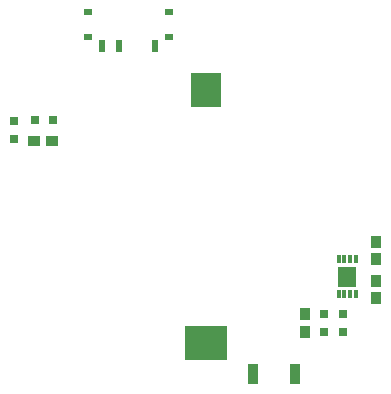
<source format=gtp>
G04*
G04 #@! TF.GenerationSoftware,Altium Limited,Altium Designer,18.1.6 (161)*
G04*
G04 Layer_Color=8421504*
%FSTAX24Y24*%
%MOIN*%
G70*
G01*
G75*
%ADD16R,0.0295X0.0315*%
%ADD17R,0.0394X0.0374*%
%ADD18R,0.0315X0.0295*%
%ADD19R,0.0374X0.0394*%
%ADD20R,0.0118X0.0276*%
%ADD21R,0.0642X0.0689*%
%ADD22R,0.0315X0.0197*%
%ADD23R,0.0197X0.0394*%
%ADD24R,0.0354X0.0709*%
%ADD25R,0.1024X0.1181*%
%ADD26R,0.1417X0.1181*%
D16*
X004341Y010325D02*
D03*
Y010915D02*
D03*
X015325Y003888D02*
D03*
Y004478D02*
D03*
X014685Y004488D02*
D03*
Y003898D02*
D03*
D17*
X00503Y010266D02*
D03*
X00562D02*
D03*
D18*
X005649Y010955D02*
D03*
X005058D02*
D03*
D19*
X014065Y004488D02*
D03*
Y003898D02*
D03*
X016427Y006309D02*
D03*
Y0069D02*
D03*
Y00501D02*
D03*
Y0056D02*
D03*
D20*
X015167Y005167D02*
D03*
X015364D02*
D03*
X015561D02*
D03*
X015758D02*
D03*
Y006309D02*
D03*
X015561D02*
D03*
X015364D02*
D03*
X015167D02*
D03*
D21*
X015463Y005738D02*
D03*
D22*
X009518Y01373D02*
D03*
Y014557D02*
D03*
X006801D02*
D03*
Y01373D02*
D03*
D23*
X007274Y013415D02*
D03*
X007864D02*
D03*
X009045D02*
D03*
D24*
X013701Y00249D02*
D03*
X012323D02*
D03*
D25*
X010758Y011949D02*
D03*
D26*
Y003524D02*
D03*
M02*

</source>
